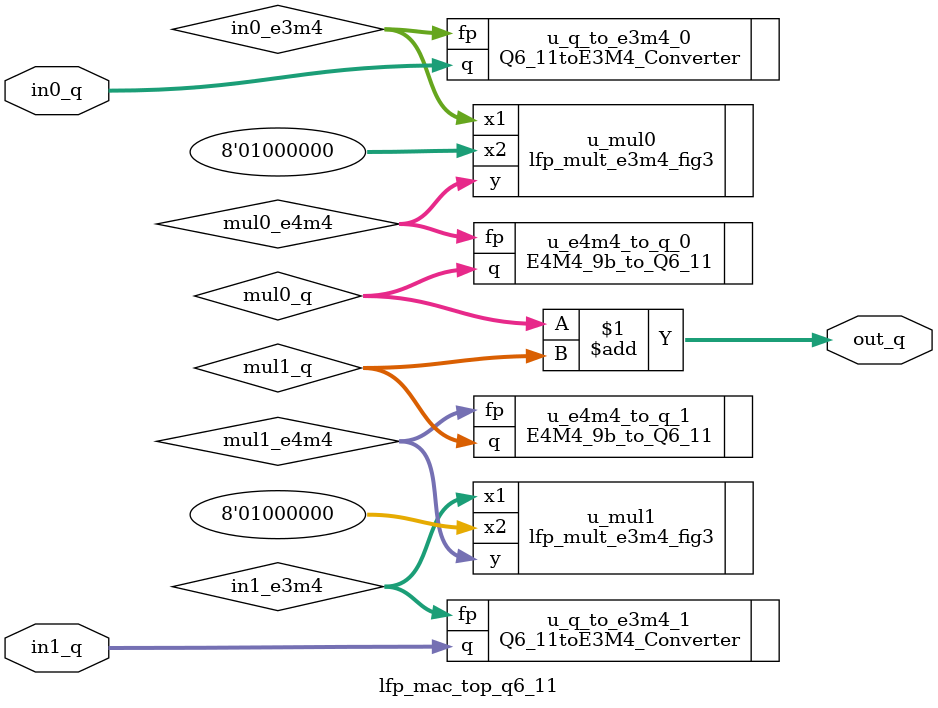
<source format=v>
module lfp_mac_top_q6_11 (
    input  signed [17:0] in0_q,   // Input 0 (Q6.11)
    input  signed [17:0] in1_q,   // Input 1 (Q6.11)
    output signed [17:0] out_q    // Output (Q6.11)
);

    // -------------------------------------------------
    // Wires
    // -------------------------------------------------

    // Q6.11 -> E3M4
    wire [7:0] in0_e3m4;
    wire [7:0] in1_e3m4;

    // LFP multiplier outputs (E4M4)
    wire [8:0] mul0_e4m4;
    wire [8:0] mul1_e4m4;

    // E4M4 -> Q6.11
    wire signed [17:0] mul0_q;
    wire signed [17:0] mul1_q;

    // -------------------------------------------------
    // Constant weight = 1.0 (E3M4)
    // -------------------------------------------------
    localparam [7:0] E3M4_ONE = 8'b0_100_0000;

    // -------------------------------------------------
    // Q6.11 → E3M4 converters
    // -------------------------------------------------
    Q6_11toE3M4_Converter u_q_to_e3m4_0 (
        .q  (in0_q),
        .fp (in0_e3m4)
    );

    Q6_11toE3M4_Converter u_q_to_e3m4_1 (
        .q  (in1_q),
        .fp (in1_e3m4)
    );

    // -------------------------------------------------
    // LFP E3M4 multipliers
    // -------------------------------------------------
    lfp_mult_e3m4_fig3 u_mul0 (
        .x1 (in0_e3m4),
        .x2 (E3M4_ONE),
        .y  (mul0_e4m4)
    );

    lfp_mult_e3m4_fig3 u_mul1 (
        .x1 (in1_e3m4),
        .x2 (E3M4_ONE),
        .y  (mul1_e4m4)
    );

    // -------------------------------------------------
    // E4M4 → Q6.11 converters
    // -------------------------------------------------
    E4M4_9b_to_Q6_11 u_e4m4_to_q_0 (
        .fp (mul0_e4m4),
        .q  (mul0_q)
    );

    E4M4_9b_to_Q6_11 u_e4m4_to_q_1 (
        .fp (mul1_e4m4),
        .q  (mul1_q)
    );

    // -------------------------------------------------
    // Adder (Q6.11)
    // -------------------------------------------------
    assign out_q = mul0_q + mul1_q;

endmodule

</source>
